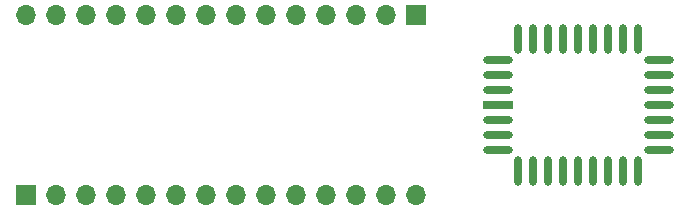
<source format=gbr>
%TF.GenerationSoftware,KiCad,Pcbnew,(6.0.0-0)*%
%TF.CreationDate,2022-01-31T01:53:59-05:00*%
%TF.ProjectId,PLCC32-Adapter,504c4343-3332-42d4-9164-61707465722e,rev?*%
%TF.SameCoordinates,Original*%
%TF.FileFunction,Soldermask,Top*%
%TF.FilePolarity,Negative*%
%FSLAX46Y46*%
G04 Gerber Fmt 4.6, Leading zero omitted, Abs format (unit mm)*
G04 Created by KiCad (PCBNEW (6.0.0-0)) date 2022-01-31 01:53:59*
%MOMM*%
%LPD*%
G01*
G04 APERTURE LIST*
G04 Aperture macros list*
%AMRoundRect*
0 Rectangle with rounded corners*
0 $1 Rounding radius*
0 $2 $3 $4 $5 $6 $7 $8 $9 X,Y pos of 4 corners*
0 Add a 4 corners polygon primitive as box body*
4,1,4,$2,$3,$4,$5,$6,$7,$8,$9,$2,$3,0*
0 Add four circle primitives for the rounded corners*
1,1,$1+$1,$2,$3*
1,1,$1+$1,$4,$5*
1,1,$1+$1,$6,$7*
1,1,$1+$1,$8,$9*
0 Add four rect primitives between the rounded corners*
20,1,$1+$1,$2,$3,$4,$5,0*
20,1,$1+$1,$4,$5,$6,$7,0*
20,1,$1+$1,$6,$7,$8,$9,0*
20,1,$1+$1,$8,$9,$2,$3,0*%
G04 Aperture macros list end*
%ADD10R,2.535553X0.644962*%
%ADD11RoundRect,0.322481X0.945295X0.000000X0.945295X0.000000X-0.945295X0.000000X-0.945295X0.000000X0*%
%ADD12RoundRect,0.322481X0.000000X-0.945295X0.000000X0.945295X0.000000X0.945295X0.000000X-0.945295X0*%
%ADD13R,1.700000X1.700000*%
%ADD14O,1.700000X1.700000*%
G04 APERTURE END LIST*
D10*
%TO.C,U1*%
X147842448Y-112014000D03*
D11*
X147842448Y-113284000D03*
X147842448Y-114554000D03*
X147842448Y-115824000D03*
D12*
X149606000Y-117587552D03*
X150876000Y-117587552D03*
X152146000Y-117587552D03*
X153416000Y-117587552D03*
X154686000Y-117587552D03*
X155956000Y-117587552D03*
X157226000Y-117587552D03*
X158496000Y-117587552D03*
X159766000Y-117587552D03*
D11*
X161529553Y-115824000D03*
X161529553Y-114554000D03*
X161529553Y-113284000D03*
X161529553Y-112014000D03*
X161529553Y-110744000D03*
X161529553Y-109474000D03*
X161529553Y-108204000D03*
D12*
X159766000Y-106440447D03*
X158496000Y-106440447D03*
X157226000Y-106440447D03*
X155956000Y-106440447D03*
X154686000Y-106440447D03*
X153416000Y-106440447D03*
X152146000Y-106440447D03*
X150876000Y-106440447D03*
X149606000Y-106440447D03*
D11*
X147842448Y-108204000D03*
X147842448Y-109474000D03*
X147842448Y-110744000D03*
%TD*%
D13*
%TO.C,J1*%
X140970000Y-104394000D03*
D14*
X138430000Y-104394000D03*
X135890000Y-104394000D03*
X133350000Y-104394000D03*
X130810000Y-104394000D03*
X128270000Y-104394000D03*
X125730000Y-104394000D03*
X123190000Y-104394000D03*
X120650000Y-104394000D03*
X118110000Y-104394000D03*
X115570000Y-104394000D03*
X113030000Y-104394000D03*
X110490000Y-104394000D03*
X107950000Y-104394000D03*
%TD*%
D13*
%TO.C,J2*%
X107950000Y-119634000D03*
D14*
X110490000Y-119634000D03*
X113030000Y-119634000D03*
X115570000Y-119634000D03*
X118110000Y-119634000D03*
X120650000Y-119634000D03*
X123190000Y-119634000D03*
X125730000Y-119634000D03*
X128270000Y-119634000D03*
X130810000Y-119634000D03*
X133350000Y-119634000D03*
X135890000Y-119634000D03*
X138430000Y-119634000D03*
X140970000Y-119634000D03*
%TD*%
M02*

</source>
